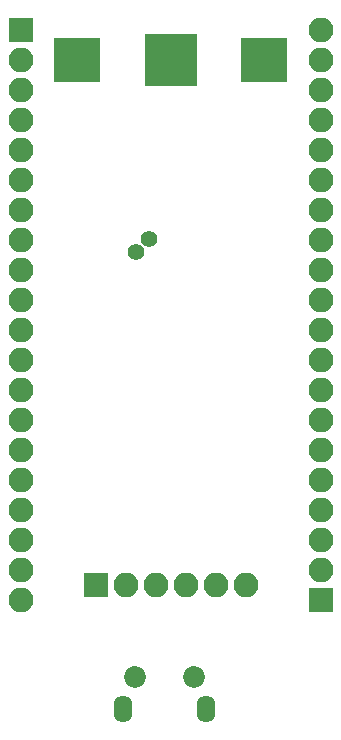
<source format=gbr>
G04 #@! TF.GenerationSoftware,KiCad,Pcbnew,(5.0.0)*
G04 #@! TF.CreationDate,2018-12-13T18:38:50+00:00*
G04 #@! TF.ProjectId,mogo,6D6F676F2E6B696361645F7063620000,rev?*
G04 #@! TF.SameCoordinates,Original*
G04 #@! TF.FileFunction,Soldermask,Bot*
G04 #@! TF.FilePolarity,Negative*
%FSLAX46Y46*%
G04 Gerber Fmt 4.6, Leading zero omitted, Abs format (unit mm)*
G04 Created by KiCad (PCBNEW (5.0.0)) date 12/13/18 18:38:50*
%MOMM*%
%LPD*%
G01*
G04 APERTURE LIST*
%ADD10R,2.100000X2.100000*%
%ADD11O,2.100000X2.100000*%
%ADD12R,4.400000X4.400000*%
%ADD13R,3.900000X3.700000*%
%ADD14O,1.600000X2.300000*%
%ADD15C,1.850000*%
%ADD16C,1.400000*%
G04 APERTURE END LIST*
D10*
G04 #@! TO.C,J3*
X93980000Y-157480000D03*
D11*
X93980000Y-154940000D03*
X93980000Y-152400000D03*
X93980000Y-149860000D03*
X93980000Y-147320000D03*
X93980000Y-144780000D03*
X93980000Y-142240000D03*
X93980000Y-139700000D03*
X93980000Y-137160000D03*
X93980000Y-134620000D03*
X93980000Y-132080000D03*
X93980000Y-129540000D03*
X93980000Y-127000000D03*
X93980000Y-124460000D03*
X93980000Y-121920000D03*
X93980000Y-119380000D03*
X93980000Y-116840000D03*
X93980000Y-114300000D03*
X93980000Y-111760000D03*
X93980000Y-109220000D03*
G04 #@! TD*
D12*
G04 #@! TO.C,BT1*
X81280000Y-111760000D03*
D13*
X89180000Y-111760000D03*
X73380000Y-111760000D03*
G04 #@! TD*
D14*
G04 #@! TO.C,J1*
X84280000Y-166720000D03*
X77280000Y-166720000D03*
D15*
X83280000Y-164020000D03*
X78280000Y-164020000D03*
G04 #@! TD*
D11*
G04 #@! TO.C,J4*
X68580000Y-157480000D03*
X68580000Y-154940000D03*
X68580000Y-152400000D03*
X68580000Y-149860000D03*
X68580000Y-147320000D03*
X68580000Y-144780000D03*
X68580000Y-142240000D03*
X68580000Y-139700000D03*
X68580000Y-137160000D03*
X68580000Y-134620000D03*
X68580000Y-132080000D03*
X68580000Y-129540000D03*
X68580000Y-127000000D03*
X68580000Y-124460000D03*
X68580000Y-121920000D03*
X68580000Y-119380000D03*
X68580000Y-116840000D03*
X68580000Y-114300000D03*
X68580000Y-111760000D03*
D10*
X68580000Y-109220000D03*
G04 #@! TD*
D16*
G04 #@! TO.C,Y2*
X79419660Y-126955340D03*
X78359000Y-128016000D03*
G04 #@! TD*
D10*
G04 #@! TO.C,J2*
X74930000Y-156210000D03*
D11*
X77470000Y-156210000D03*
X80010000Y-156210000D03*
X82550000Y-156210000D03*
X85090000Y-156210000D03*
X87630000Y-156210000D03*
G04 #@! TD*
M02*

</source>
